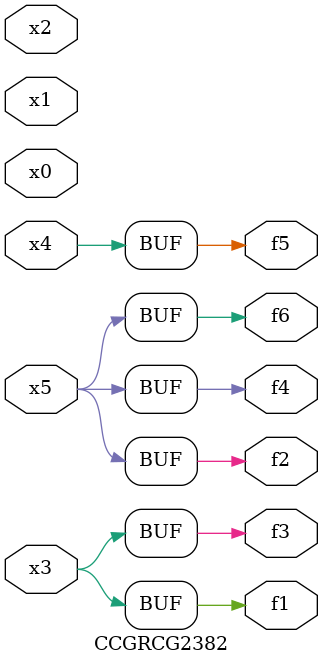
<source format=v>
module CCGRCG2382(
	input x0, x1, x2, x3, x4, x5,
	output f1, f2, f3, f4, f5, f6
);
	assign f1 = x3;
	assign f2 = x5;
	assign f3 = x3;
	assign f4 = x5;
	assign f5 = x4;
	assign f6 = x5;
endmodule

</source>
